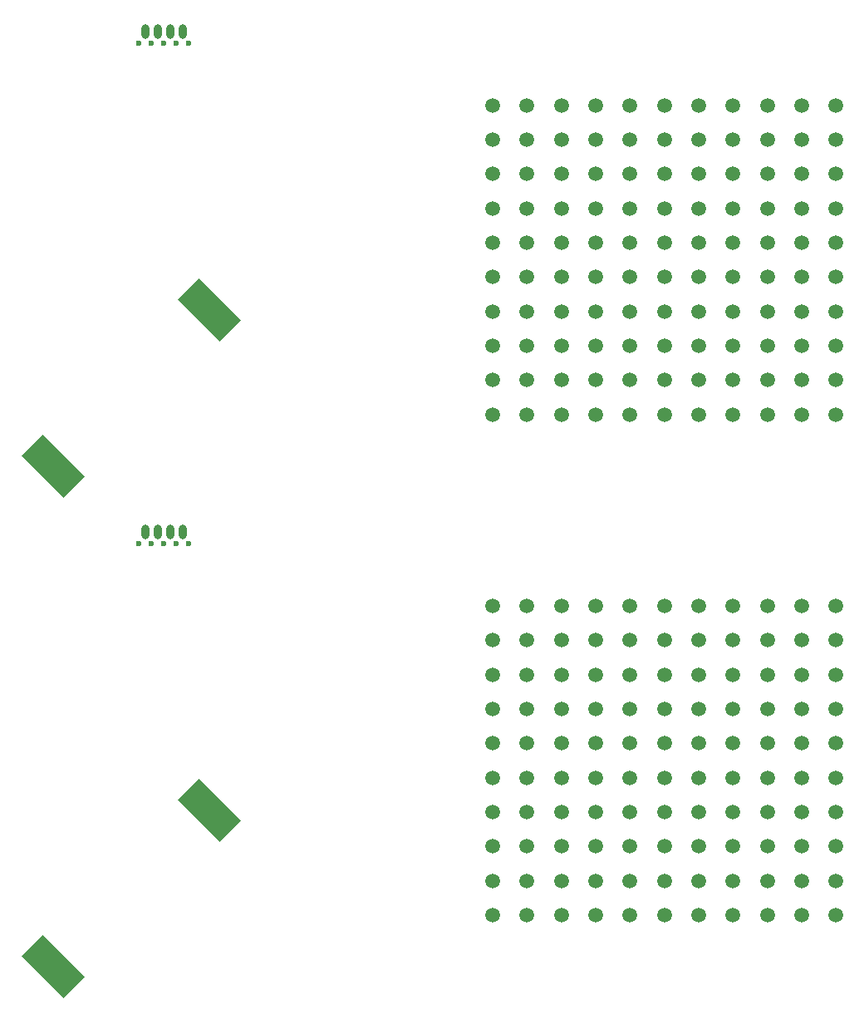
<source format=gbr>
%TF.GenerationSoftware,KiCad,Pcbnew,(6.0.9)*%
%TF.CreationDate,2023-02-03T02:03:44-05:00*%
%TF.ProjectId,businesscard_panel,62757369-6e65-4737-9363-6172645f7061,rev?*%
%TF.SameCoordinates,Original*%
%TF.FileFunction,Soldermask,Top*%
%TF.FilePolarity,Negative*%
%FSLAX46Y46*%
G04 Gerber Fmt 4.6, Leading zero omitted, Abs format (unit mm)*
G04 Created by KiCad (PCBNEW (6.0.9)) date 2023-02-03 02:03:44*
%MOMM*%
%LPD*%
G01*
G04 APERTURE LIST*
G04 Aperture macros list*
%AMRotRect*
0 Rectangle, with rotation*
0 The origin of the aperture is its center*
0 $1 length*
0 $2 width*
0 $3 Rotation angle, in degrees counterclockwise*
0 Add horizontal line*
21,1,$1,$2,0,0,$3*%
G04 Aperture macros list end*
%ADD10C,1.500000*%
%ADD11C,0.600000*%
%ADD12O,0.800000X1.500000*%
%ADD13RotRect,3.000000X6.000000X45.000000*%
G04 APERTURE END LIST*
D10*
%TO.C,D61*%
X169500000Y-58500000D03*
%TD*%
%TO.C,D79*%
X173000000Y-137500000D03*
%TD*%
%TO.C,D101*%
X183500000Y-58500000D03*
%TD*%
%TO.C,D97*%
X180000000Y-79500000D03*
%TD*%
%TO.C,D51*%
X166000000Y-58500000D03*
%TD*%
%TO.C,D25*%
X155500000Y-123500000D03*
%TD*%
%TO.C,D78*%
X173000000Y-83000000D03*
%TD*%
%TO.C,D56*%
X166000000Y-127000000D03*
%TD*%
%TO.C,D32*%
X159000000Y-113000000D03*
%TD*%
%TO.C,D26*%
X155500000Y-127000000D03*
%TD*%
%TO.C,D94*%
X180000000Y-120000000D03*
%TD*%
%TO.C,D76*%
X173000000Y-127000000D03*
%TD*%
D11*
%TO.C,J1*%
X116270000Y-103155000D03*
X117540000Y-103155000D03*
X113730000Y-103155000D03*
X112460000Y-103155000D03*
X115000000Y-103155000D03*
D12*
X113095000Y-102000000D03*
X114365000Y-102000000D03*
X115635000Y-102000000D03*
X116905000Y-102000000D03*
%TD*%
D10*
%TO.C,D50*%
X162500000Y-90000000D03*
%TD*%
%TO.C,D96*%
X180000000Y-76000000D03*
%TD*%
%TO.C,D53*%
X166000000Y-116500000D03*
%TD*%
%TO.C,D80*%
X173000000Y-141000000D03*
%TD*%
%TO.C,D81*%
X176500000Y-109500000D03*
%TD*%
%TO.C,D9*%
X148500000Y-86500000D03*
%TD*%
%TO.C,D20*%
X152000000Y-90000000D03*
%TD*%
%TO.C,D45*%
X162500000Y-72500000D03*
%TD*%
%TO.C,D24*%
X155500000Y-120000000D03*
%TD*%
%TO.C,D100*%
X180000000Y-141000000D03*
%TD*%
%TO.C,D41*%
X162500000Y-58500000D03*
%TD*%
%TO.C,D85*%
X176500000Y-72500000D03*
%TD*%
%TO.C,D42*%
X162500000Y-62000000D03*
%TD*%
%TO.C,D32*%
X159000000Y-62000000D03*
%TD*%
%TO.C,D107*%
X183500000Y-130500000D03*
%TD*%
%TO.C,D68*%
X169500000Y-134000000D03*
%TD*%
%TO.C,D104*%
X183500000Y-120000000D03*
%TD*%
%TO.C,D75*%
X173000000Y-72500000D03*
%TD*%
%TO.C,D58*%
X166000000Y-83000000D03*
%TD*%
%TO.C,D71*%
X173000000Y-58500000D03*
%TD*%
%TO.C,D15*%
X152000000Y-72500000D03*
%TD*%
%TO.C,D64*%
X169500000Y-69000000D03*
%TD*%
%TO.C,D49*%
X162500000Y-137500000D03*
%TD*%
%TO.C,D86*%
X176500000Y-76000000D03*
%TD*%
%TO.C,D59*%
X166000000Y-86500000D03*
%TD*%
%TO.C,D57*%
X166000000Y-130500000D03*
%TD*%
%TO.C,D82*%
X176500000Y-62000000D03*
%TD*%
%TO.C,D48*%
X162500000Y-83000000D03*
%TD*%
%TO.C,D23*%
X155500000Y-65500000D03*
%TD*%
%TO.C,D73*%
X173000000Y-116500000D03*
%TD*%
%TO.C,D34*%
X159000000Y-120000000D03*
%TD*%
%TO.C,D103*%
X183500000Y-116500000D03*
%TD*%
%TO.C,D69*%
X169500000Y-137500000D03*
%TD*%
%TO.C,D51*%
X166000000Y-109500000D03*
%TD*%
%TO.C,D22*%
X155500000Y-113000000D03*
%TD*%
%TO.C,D8*%
X148500000Y-83000000D03*
%TD*%
%TO.C,D29*%
X155500000Y-86500000D03*
%TD*%
%TO.C,D106*%
X183500000Y-127000000D03*
%TD*%
%TO.C,D49*%
X162500000Y-86500000D03*
%TD*%
%TO.C,D55*%
X166000000Y-123500000D03*
%TD*%
%TO.C,D92*%
X180000000Y-62000000D03*
%TD*%
%TO.C,D5*%
X148500000Y-123500000D03*
%TD*%
%TO.C,D18*%
X152000000Y-134000000D03*
%TD*%
%TO.C,D105*%
X183500000Y-123500000D03*
%TD*%
%TO.C,D37*%
X159000000Y-79500000D03*
%TD*%
%TO.C,D53*%
X166000000Y-65500000D03*
%TD*%
%TO.C,D11*%
X152000000Y-109500000D03*
%TD*%
%TO.C,D107*%
X183500000Y-79500000D03*
%TD*%
%TO.C,D35*%
X159000000Y-123500000D03*
%TD*%
%TO.C,D94*%
X180000000Y-69000000D03*
%TD*%
%TO.C,D61*%
X169500000Y-109500000D03*
%TD*%
%TO.C,D72*%
X173000000Y-113000000D03*
%TD*%
%TO.C,D73*%
X173000000Y-65500000D03*
%TD*%
%TO.C,D35*%
X159000000Y-72500000D03*
%TD*%
%TO.C,D34*%
X159000000Y-69000000D03*
%TD*%
%TO.C,D52*%
X166000000Y-113000000D03*
%TD*%
%TO.C,D27*%
X155500000Y-79500000D03*
%TD*%
%TO.C,D24*%
X155500000Y-69000000D03*
%TD*%
%TO.C,D21*%
X155500000Y-58500000D03*
%TD*%
%TO.C,D5*%
X148500000Y-72500000D03*
%TD*%
%TO.C,D46*%
X162500000Y-127000000D03*
%TD*%
%TO.C,D22*%
X155500000Y-62000000D03*
%TD*%
%TO.C,D50*%
X162500000Y-141000000D03*
%TD*%
%TO.C,D55*%
X166000000Y-72500000D03*
%TD*%
%TO.C,D3*%
X148500000Y-65500000D03*
%TD*%
%TO.C,D1*%
X148500000Y-58500000D03*
%TD*%
%TO.C,D16*%
X152000000Y-127000000D03*
%TD*%
%TO.C,D9*%
X148500000Y-137500000D03*
%TD*%
%TO.C,D66*%
X169500000Y-127000000D03*
%TD*%
%TO.C,D105*%
X183500000Y-72500000D03*
%TD*%
%TO.C,D91*%
X180000000Y-58500000D03*
%TD*%
%TO.C,D103*%
X183500000Y-65500000D03*
%TD*%
%TO.C,D93*%
X180000000Y-65500000D03*
%TD*%
%TO.C,D79*%
X173000000Y-86500000D03*
%TD*%
D13*
%TO.C,BT1*%
X103750000Y-146250000D03*
X119659902Y-130340098D03*
%TD*%
D10*
%TO.C,D15*%
X152000000Y-123500000D03*
%TD*%
%TO.C,D17*%
X152000000Y-130500000D03*
%TD*%
%TO.C,D69*%
X169500000Y-86500000D03*
%TD*%
%TO.C,D98*%
X180000000Y-134000000D03*
%TD*%
%TO.C,D54*%
X166000000Y-120000000D03*
%TD*%
%TO.C,D74*%
X173000000Y-120000000D03*
%TD*%
%TO.C,D62*%
X169500000Y-62000000D03*
%TD*%
%TO.C,D82*%
X176500000Y-113000000D03*
%TD*%
%TO.C,D43*%
X162500000Y-116500000D03*
%TD*%
%TO.C,D102*%
X183500000Y-113000000D03*
%TD*%
%TO.C,D86*%
X176500000Y-127000000D03*
%TD*%
%TO.C,D98*%
X180000000Y-83000000D03*
%TD*%
%TO.C,D63*%
X169500000Y-65500000D03*
%TD*%
%TO.C,D2*%
X148500000Y-62000000D03*
%TD*%
%TO.C,D41*%
X162500000Y-109500000D03*
%TD*%
%TO.C,D6*%
X148500000Y-76000000D03*
%TD*%
%TO.C,D29*%
X155500000Y-137500000D03*
%TD*%
%TO.C,D37*%
X159000000Y-130500000D03*
%TD*%
%TO.C,D56*%
X166000000Y-76000000D03*
%TD*%
%TO.C,D47*%
X162500000Y-79500000D03*
%TD*%
%TO.C,D72*%
X173000000Y-62000000D03*
%TD*%
%TO.C,D85*%
X176500000Y-123500000D03*
%TD*%
%TO.C,D110*%
X183500000Y-90000000D03*
%TD*%
%TO.C,D67*%
X169500000Y-130500000D03*
%TD*%
%TO.C,D64*%
X169500000Y-120000000D03*
%TD*%
%TO.C,D23*%
X155500000Y-116500000D03*
%TD*%
D13*
%TO.C,BT1*%
X103750000Y-95250000D03*
X119659902Y-79340098D03*
%TD*%
D10*
%TO.C,D58*%
X166000000Y-134000000D03*
%TD*%
%TO.C,D84*%
X176500000Y-120000000D03*
%TD*%
%TO.C,D4*%
X148500000Y-120000000D03*
%TD*%
%TO.C,D19*%
X152000000Y-137500000D03*
%TD*%
%TO.C,D40*%
X159000000Y-141000000D03*
%TD*%
%TO.C,D67*%
X169500000Y-79500000D03*
%TD*%
%TO.C,D30*%
X155500000Y-141000000D03*
%TD*%
%TO.C,D44*%
X162500000Y-120000000D03*
%TD*%
%TO.C,D70*%
X169500000Y-141000000D03*
%TD*%
%TO.C,D108*%
X183500000Y-134000000D03*
%TD*%
%TO.C,D31*%
X159000000Y-109500000D03*
%TD*%
%TO.C,D62*%
X169500000Y-113000000D03*
%TD*%
%TO.C,D26*%
X155500000Y-76000000D03*
%TD*%
%TO.C,D28*%
X155500000Y-134000000D03*
%TD*%
%TO.C,D48*%
X162500000Y-134000000D03*
%TD*%
%TO.C,D76*%
X173000000Y-76000000D03*
%TD*%
%TO.C,D83*%
X176500000Y-116500000D03*
%TD*%
%TO.C,D60*%
X166000000Y-141000000D03*
%TD*%
%TO.C,D59*%
X166000000Y-137500000D03*
%TD*%
%TO.C,D87*%
X176500000Y-79500000D03*
%TD*%
%TO.C,D70*%
X169500000Y-90000000D03*
%TD*%
%TO.C,D89*%
X176500000Y-86500000D03*
%TD*%
%TO.C,D3*%
X148500000Y-116500000D03*
%TD*%
%TO.C,D10*%
X148500000Y-90000000D03*
%TD*%
%TO.C,D47*%
X162500000Y-130500000D03*
%TD*%
%TO.C,D18*%
X152000000Y-83000000D03*
%TD*%
%TO.C,D42*%
X162500000Y-113000000D03*
%TD*%
%TO.C,D71*%
X173000000Y-109500000D03*
%TD*%
%TO.C,D33*%
X159000000Y-116500000D03*
%TD*%
%TO.C,D20*%
X152000000Y-141000000D03*
%TD*%
%TO.C,D45*%
X162500000Y-123500000D03*
%TD*%
%TO.C,D92*%
X180000000Y-113000000D03*
%TD*%
%TO.C,D87*%
X176500000Y-130500000D03*
%TD*%
%TO.C,D38*%
X159000000Y-83000000D03*
%TD*%
%TO.C,D104*%
X183500000Y-69000000D03*
%TD*%
%TO.C,D54*%
X166000000Y-69000000D03*
%TD*%
%TO.C,D14*%
X152000000Y-69000000D03*
%TD*%
%TO.C,D33*%
X159000000Y-65500000D03*
%TD*%
%TO.C,D90*%
X176500000Y-90000000D03*
%TD*%
%TO.C,D110*%
X183500000Y-141000000D03*
%TD*%
%TO.C,D25*%
X155500000Y-72500000D03*
%TD*%
%TO.C,D7*%
X148500000Y-79500000D03*
%TD*%
%TO.C,D89*%
X176500000Y-137500000D03*
%TD*%
%TO.C,D65*%
X169500000Y-72500000D03*
%TD*%
%TO.C,D78*%
X173000000Y-134000000D03*
%TD*%
%TO.C,D80*%
X173000000Y-90000000D03*
%TD*%
%TO.C,D100*%
X180000000Y-90000000D03*
%TD*%
%TO.C,D88*%
X176500000Y-134000000D03*
%TD*%
%TO.C,D93*%
X180000000Y-116500000D03*
%TD*%
%TO.C,D90*%
X176500000Y-141000000D03*
%TD*%
%TO.C,D31*%
X159000000Y-58500000D03*
%TD*%
%TO.C,D77*%
X173000000Y-79500000D03*
%TD*%
%TO.C,D21*%
X155500000Y-109500000D03*
%TD*%
%TO.C,D8*%
X148500000Y-134000000D03*
%TD*%
%TO.C,D13*%
X152000000Y-65500000D03*
%TD*%
%TO.C,D77*%
X173000000Y-130500000D03*
%TD*%
%TO.C,D13*%
X152000000Y-116500000D03*
%TD*%
%TO.C,D63*%
X169500000Y-116500000D03*
%TD*%
D11*
%TO.C,J1*%
X116270000Y-52155000D03*
X117540000Y-52155000D03*
X113730000Y-52155000D03*
X112460000Y-52155000D03*
X115000000Y-52155000D03*
D12*
X113095000Y-51000000D03*
X114365000Y-51000000D03*
X115635000Y-51000000D03*
X116905000Y-51000000D03*
%TD*%
D10*
%TO.C,D109*%
X183500000Y-86500000D03*
%TD*%
%TO.C,D39*%
X159000000Y-137500000D03*
%TD*%
%TO.C,D28*%
X155500000Y-83000000D03*
%TD*%
%TO.C,D2*%
X148500000Y-113000000D03*
%TD*%
%TO.C,D95*%
X180000000Y-72500000D03*
%TD*%
%TO.C,D65*%
X169500000Y-123500000D03*
%TD*%
%TO.C,D74*%
X173000000Y-69000000D03*
%TD*%
%TO.C,D30*%
X155500000Y-90000000D03*
%TD*%
%TO.C,D36*%
X159000000Y-127000000D03*
%TD*%
%TO.C,D75*%
X173000000Y-123500000D03*
%TD*%
%TO.C,D39*%
X159000000Y-86500000D03*
%TD*%
%TO.C,D17*%
X152000000Y-79500000D03*
%TD*%
%TO.C,D14*%
X152000000Y-120000000D03*
%TD*%
%TO.C,D108*%
X183500000Y-83000000D03*
%TD*%
%TO.C,D66*%
X169500000Y-76000000D03*
%TD*%
%TO.C,D38*%
X159000000Y-134000000D03*
%TD*%
%TO.C,D12*%
X152000000Y-62000000D03*
%TD*%
%TO.C,D81*%
X176500000Y-58500000D03*
%TD*%
%TO.C,D27*%
X155500000Y-130500000D03*
%TD*%
%TO.C,D36*%
X159000000Y-76000000D03*
%TD*%
%TO.C,D6*%
X148500000Y-127000000D03*
%TD*%
%TO.C,D19*%
X152000000Y-86500000D03*
%TD*%
%TO.C,D44*%
X162500000Y-69000000D03*
%TD*%
%TO.C,D91*%
X180000000Y-109500000D03*
%TD*%
%TO.C,D12*%
X152000000Y-113000000D03*
%TD*%
%TO.C,D60*%
X166000000Y-90000000D03*
%TD*%
%TO.C,D84*%
X176500000Y-69000000D03*
%TD*%
%TO.C,D83*%
X176500000Y-65500000D03*
%TD*%
%TO.C,D52*%
X166000000Y-62000000D03*
%TD*%
%TO.C,D101*%
X183500000Y-109500000D03*
%TD*%
%TO.C,D7*%
X148500000Y-130500000D03*
%TD*%
%TO.C,D43*%
X162500000Y-65500000D03*
%TD*%
%TO.C,D57*%
X166000000Y-79500000D03*
%TD*%
%TO.C,D88*%
X176500000Y-83000000D03*
%TD*%
%TO.C,D4*%
X148500000Y-69000000D03*
%TD*%
%TO.C,D16*%
X152000000Y-76000000D03*
%TD*%
%TO.C,D96*%
X180000000Y-127000000D03*
%TD*%
%TO.C,D102*%
X183500000Y-62000000D03*
%TD*%
%TO.C,D95*%
X180000000Y-123500000D03*
%TD*%
%TO.C,D106*%
X183500000Y-76000000D03*
%TD*%
%TO.C,D99*%
X180000000Y-137500000D03*
%TD*%
%TO.C,D46*%
X162500000Y-76000000D03*
%TD*%
%TO.C,D40*%
X159000000Y-90000000D03*
%TD*%
%TO.C,D97*%
X180000000Y-130500000D03*
%TD*%
%TO.C,D99*%
X180000000Y-86500000D03*
%TD*%
%TO.C,D11*%
X152000000Y-58500000D03*
%TD*%
%TO.C,D1*%
X148500000Y-109500000D03*
%TD*%
%TO.C,D10*%
X148500000Y-141000000D03*
%TD*%
%TO.C,D109*%
X183500000Y-137500000D03*
%TD*%
%TO.C,D68*%
X169500000Y-83000000D03*
%TD*%
M02*

</source>
